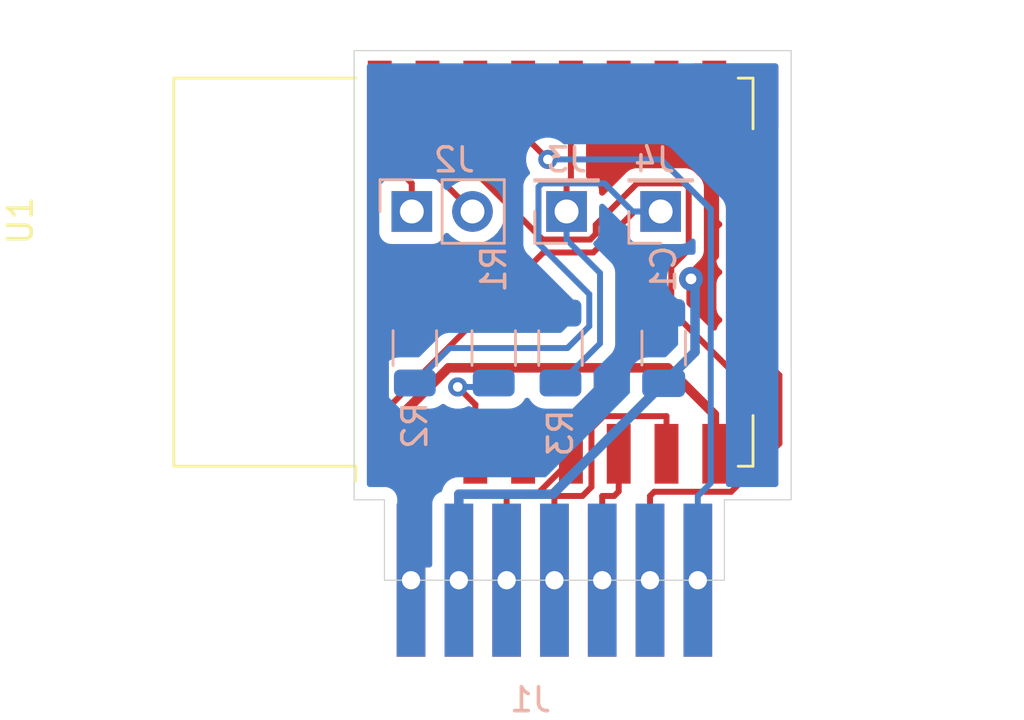
<source format=kicad_pcb>
(kicad_pcb (version 20171130) (host pcbnew 5.1.7-a382d34a8~87~ubuntu20.04.1)

  (general
    (thickness 1.6)
    (drawings 8)
    (tracks 101)
    (zones 0)
    (modules 9)
    (nets 23)
  )

  (page A4)
  (layers
    (0 F.Cu signal)
    (31 B.Cu signal)
    (32 B.Adhes user)
    (33 F.Adhes user)
    (34 B.Paste user)
    (35 F.Paste user)
    (36 B.SilkS user)
    (37 F.SilkS user)
    (38 B.Mask user)
    (39 F.Mask user)
    (40 Dwgs.User user)
    (41 Cmts.User user)
    (42 Eco1.User user)
    (43 Eco2.User user)
    (44 Edge.Cuts user)
    (45 Margin user)
    (46 B.CrtYd user)
    (47 F.CrtYd user)
    (48 B.Fab user)
    (49 F.Fab user)
  )

  (setup
    (last_trace_width 0.25)
    (trace_clearance 0.2)
    (zone_clearance 0.508)
    (zone_45_only no)
    (trace_min 0.2)
    (via_size 0.8)
    (via_drill 0.4)
    (via_min_size 0.4)
    (via_min_drill 0.3)
    (uvia_size 0.3)
    (uvia_drill 0.1)
    (uvias_allowed no)
    (uvia_min_size 0.2)
    (uvia_min_drill 0.1)
    (edge_width 0.05)
    (segment_width 0.2)
    (pcb_text_width 0.3)
    (pcb_text_size 1.5 1.5)
    (mod_edge_width 0.12)
    (mod_text_size 1 1)
    (mod_text_width 0.15)
    (pad_size 1.524 1.524)
    (pad_drill 0.762)
    (pad_to_mask_clearance 0)
    (aux_axis_origin 0 0)
    (visible_elements FFFFFF7F)
    (pcbplotparams
      (layerselection 0x010fc_ffffffff)
      (usegerberextensions false)
      (usegerberattributes true)
      (usegerberadvancedattributes true)
      (creategerberjobfile true)
      (excludeedgelayer true)
      (linewidth 0.100000)
      (plotframeref false)
      (viasonmask false)
      (mode 1)
      (useauxorigin false)
      (hpglpennumber 1)
      (hpglpenspeed 20)
      (hpglpendiameter 15.000000)
      (psnegative false)
      (psa4output false)
      (plotreference true)
      (plotvalue true)
      (plotinvisibletext false)
      (padsonsilk false)
      (subtractmaskfromsilk false)
      (outputformat 1)
      (mirror false)
      (drillshape 1)
      (scaleselection 1)
      (outputdirectory ""))
  )

  (net 0 "")
  (net 1 GND)
  (net 2 +3V3)
  (net 3 "Net-(J1-Pad1)")
  (net 4 "Net-(J1-Pad2)")
  (net 5 "Net-(J1-Pad3)")
  (net 6 "Net-(J1-Pad4)")
  (net 7 "Net-(J1-Pad5)")
  (net 8 "Net-(J2-Pad1)")
  (net 9 "Net-(J2-Pad2)")
  (net 10 "Net-(J3-Pad1)")
  (net 11 "Net-(J4-Pad1)")
  (net 12 "Net-(R1-Pad2)")
  (net 13 "Net-(U1-Pad2)")
  (net 14 "Net-(U1-Pad4)")
  (net 15 "Net-(U1-Pad9)")
  (net 16 "Net-(U1-Pad10)")
  (net 17 "Net-(U1-Pad11)")
  (net 18 "Net-(U1-Pad12)")
  (net 19 "Net-(U1-Pad13)")
  (net 20 "Net-(U1-Pad14)")
  (net 21 "Net-(U1-Pad16)")
  (net 22 "Net-(U1-Pad17)")

  (net_class Default "This is the default net class."
    (clearance 0.2)
    (trace_width 0.25)
    (via_dia 0.8)
    (via_drill 0.4)
    (uvia_dia 0.3)
    (uvia_drill 0.1)
    (add_net "Net-(J1-Pad1)")
    (add_net "Net-(J1-Pad2)")
    (add_net "Net-(J1-Pad3)")
    (add_net "Net-(J1-Pad4)")
    (add_net "Net-(J1-Pad5)")
    (add_net "Net-(J2-Pad1)")
    (add_net "Net-(J2-Pad2)")
    (add_net "Net-(J3-Pad1)")
    (add_net "Net-(J4-Pad1)")
    (add_net "Net-(R1-Pad2)")
    (add_net "Net-(U1-Pad10)")
    (add_net "Net-(U1-Pad11)")
    (add_net "Net-(U1-Pad12)")
    (add_net "Net-(U1-Pad13)")
    (add_net "Net-(U1-Pad14)")
    (add_net "Net-(U1-Pad16)")
    (add_net "Net-(U1-Pad17)")
    (add_net "Net-(U1-Pad2)")
    (add_net "Net-(U1-Pad4)")
    (add_net "Net-(U1-Pad9)")
  )

  (net_class power ""
    (clearance 0.2)
    (trace_width 0.4)
    (via_dia 1)
    (via_drill 0.45)
    (uvia_dia 0.3)
    (uvia_drill 0.1)
    (add_net +3V3)
    (add_net GND)
  )

  (module Capacitor_SMD:C_1206_3216Metric (layer B.Cu) (tedit 5F68FEEE) (tstamp 5F8E2A66)
    (at 179.832 135.89 90)
    (descr "Capacitor SMD 1206 (3216 Metric), square (rectangular) end terminal, IPC_7351 nominal, (Body size source: IPC-SM-782 page 76, https://www.pcb-3d.com/wordpress/wp-content/uploads/ipc-sm-782a_amendment_1_and_2.pdf), generated with kicad-footprint-generator")
    (tags capacitor)
    (path /5F8CC49D)
    (attr smd)
    (fp_text reference C1 (at 3.302 0 90) (layer B.SilkS)
      (effects (font (size 1 1) (thickness 0.15)) (justify mirror))
    )
    (fp_text value C (at 3.556 -1.27 90) (layer B.Fab)
      (effects (font (size 1 1) (thickness 0.15)) (justify mirror))
    )
    (fp_line (start -1.6 -0.8) (end -1.6 0.8) (layer B.Fab) (width 0.1))
    (fp_line (start -1.6 0.8) (end 1.6 0.8) (layer B.Fab) (width 0.1))
    (fp_line (start 1.6 0.8) (end 1.6 -0.8) (layer B.Fab) (width 0.1))
    (fp_line (start 1.6 -0.8) (end -1.6 -0.8) (layer B.Fab) (width 0.1))
    (fp_line (start -0.711252 0.91) (end 0.711252 0.91) (layer B.SilkS) (width 0.12))
    (fp_line (start -0.711252 -0.91) (end 0.711252 -0.91) (layer B.SilkS) (width 0.12))
    (fp_line (start -2.3 -1.15) (end -2.3 1.15) (layer B.CrtYd) (width 0.05))
    (fp_line (start -2.3 1.15) (end 2.3 1.15) (layer B.CrtYd) (width 0.05))
    (fp_line (start 2.3 1.15) (end 2.3 -1.15) (layer B.CrtYd) (width 0.05))
    (fp_line (start 2.3 -1.15) (end -2.3 -1.15) (layer B.CrtYd) (width 0.05))
    (fp_text user %R (at -4.113 -0.254 90) (layer B.Fab)
      (effects (font (size 0.8 0.8) (thickness 0.12)) (justify mirror))
    )
    (pad 1 smd roundrect (at -1.475 0 90) (size 1.15 1.8) (layers B.Cu B.Paste B.Mask) (roundrect_rratio 0.217391)
      (net 1 GND))
    (pad 2 smd roundrect (at 1.475 0 90) (size 1.15 1.8) (layers B.Cu B.Paste B.Mask) (roundrect_rratio 0.217391)
      (net 2 +3V3))
    (model ${KISYS3DMOD}/Capacitor_SMD.3dshapes/C_1206_3216Metric.wrl
      (at (xyz 0 0 0))
      (scale (xyz 1 1 1))
      (rotate (xyz 0 0 0))
    )
  )

  (module Connector_PinHeader_2.54mm:PinHeader_1x02_P2.54mm_Vertical (layer B.Cu) (tedit 59FED5CC) (tstamp 5F8DF460)
    (at 169.291 130.175 270)
    (descr "Through hole straight pin header, 1x02, 2.54mm pitch, single row")
    (tags "Through hole pin header THT 1x02 2.54mm single row")
    (path /5F8D7A96)
    (fp_text reference J2 (at -2.159 -1.778) (layer B.SilkS)
      (effects (font (size 1 1) (thickness 0.15)) (justify mirror))
    )
    (fp_text value Conn_01x02 (at 0.381 -19.05 270) (layer B.Fab)
      (effects (font (size 1 1) (thickness 0.15)) (justify mirror))
    )
    (fp_line (start -0.635 1.27) (end 1.27 1.27) (layer B.Fab) (width 0.1))
    (fp_line (start 1.27 1.27) (end 1.27 -3.81) (layer B.Fab) (width 0.1))
    (fp_line (start 1.27 -3.81) (end -1.27 -3.81) (layer B.Fab) (width 0.1))
    (fp_line (start -1.27 -3.81) (end -1.27 0.635) (layer B.Fab) (width 0.1))
    (fp_line (start -1.27 0.635) (end -0.635 1.27) (layer B.Fab) (width 0.1))
    (fp_line (start -1.33 -3.87) (end 1.33 -3.87) (layer B.SilkS) (width 0.12))
    (fp_line (start -1.33 -1.27) (end -1.33 -3.87) (layer B.SilkS) (width 0.12))
    (fp_line (start 1.33 -1.27) (end 1.33 -3.87) (layer B.SilkS) (width 0.12))
    (fp_line (start -1.33 -1.27) (end 1.33 -1.27) (layer B.SilkS) (width 0.12))
    (fp_line (start -1.33 0) (end -1.33 1.33) (layer B.SilkS) (width 0.12))
    (fp_line (start -1.33 1.33) (end 0 1.33) (layer B.SilkS) (width 0.12))
    (fp_line (start -1.8 1.8) (end -1.8 -4.35) (layer B.CrtYd) (width 0.05))
    (fp_line (start -1.8 -4.35) (end 1.8 -4.35) (layer B.CrtYd) (width 0.05))
    (fp_line (start 1.8 -4.35) (end 1.8 1.8) (layer B.CrtYd) (width 0.05))
    (fp_line (start 1.8 1.8) (end -1.8 1.8) (layer B.CrtYd) (width 0.05))
    (fp_text user %R (at -2.159 -1.778) (layer B.Fab)
      (effects (font (size 1 1) (thickness 0.15)) (justify mirror))
    )
    (pad 1 thru_hole rect (at 0 0 270) (size 1.7 1.7) (drill 1) (layers *.Cu *.Mask)
      (net 8 "Net-(J2-Pad1)"))
    (pad 2 thru_hole oval (at 0 -2.54 270) (size 1.7 1.7) (drill 1) (layers *.Cu *.Mask)
      (net 9 "Net-(J2-Pad2)"))
    (model ${KISYS3DMOD}/Connector_PinHeader_2.54mm.3dshapes/PinHeader_1x02_P2.54mm_Vertical.wrl
      (at (xyz 0 0 0))
      (scale (xyz 1 1 1))
      (rotate (xyz 0 0 0))
    )
  )

  (module Connector_PinHeader_2.54mm:PinHeader_1x01_P2.54mm_Vertical (layer B.Cu) (tedit 59FED5CC) (tstamp 5F8DEE19)
    (at 175.768 130.175)
    (descr "Through hole straight pin header, 1x01, 2.54mm pitch, single row")
    (tags "Through hole pin header THT 1x01 2.54mm single row")
    (path /5F8EB6B6)
    (fp_text reference J3 (at 0 -2.159) (layer B.SilkS)
      (effects (font (size 1 1) (thickness 0.15)) (justify mirror))
    )
    (fp_text value Conn_01x01 (at 14.478 -8.001) (layer B.Fab)
      (effects (font (size 1 1) (thickness 0.15)) (justify mirror))
    )
    (fp_line (start -0.635 1.27) (end 1.27 1.27) (layer B.Fab) (width 0.1))
    (fp_line (start 1.27 1.27) (end 1.27 -1.27) (layer B.Fab) (width 0.1))
    (fp_line (start 1.27 -1.27) (end -1.27 -1.27) (layer B.Fab) (width 0.1))
    (fp_line (start -1.27 -1.27) (end -1.27 0.635) (layer B.Fab) (width 0.1))
    (fp_line (start -1.27 0.635) (end -0.635 1.27) (layer B.Fab) (width 0.1))
    (fp_line (start -1.33 -1.33) (end 1.33 -1.33) (layer B.SilkS) (width 0.12))
    (fp_line (start -1.33 -1.27) (end -1.33 -1.33) (layer B.SilkS) (width 0.12))
    (fp_line (start 1.33 -1.27) (end 1.33 -1.33) (layer B.SilkS) (width 0.12))
    (fp_line (start -1.33 -1.27) (end 1.33 -1.27) (layer B.SilkS) (width 0.12))
    (fp_line (start -1.33 0) (end -1.33 1.33) (layer B.SilkS) (width 0.12))
    (fp_line (start -1.33 1.33) (end 0 1.33) (layer B.SilkS) (width 0.12))
    (fp_line (start -1.8 1.8) (end -1.8 -1.8) (layer B.CrtYd) (width 0.05))
    (fp_line (start -1.8 -1.8) (end 1.8 -1.8) (layer B.CrtYd) (width 0.05))
    (fp_line (start 1.8 -1.8) (end 1.8 1.8) (layer B.CrtYd) (width 0.05))
    (fp_line (start 1.8 1.8) (end -1.8 1.8) (layer B.CrtYd) (width 0.05))
    (fp_text user %R (at 0 -2.159 -180) (layer B.Fab)
      (effects (font (size 1 1) (thickness 0.15)) (justify mirror))
    )
    (pad 1 thru_hole rect (at 0 0) (size 1.7 1.7) (drill 1) (layers *.Cu *.Mask)
      (net 10 "Net-(J3-Pad1)"))
    (model ${KISYS3DMOD}/Connector_PinHeader_2.54mm.3dshapes/PinHeader_1x01_P2.54mm_Vertical.wrl
      (at (xyz 0 0 0))
      (scale (xyz 1 1 1))
      (rotate (xyz 0 0 0))
    )
  )

  (module Connector_PinHeader_2.54mm:PinHeader_1x01_P2.54mm_Vertical (layer B.Cu) (tedit 59FED5CC) (tstamp 5F8DFAFD)
    (at 179.705 130.175)
    (descr "Through hole straight pin header, 1x01, 2.54mm pitch, single row")
    (tags "Through hole pin header THT 1x01 2.54mm single row")
    (path /5F8EBB78)
    (fp_text reference J4 (at -0.254 -2.159) (layer B.SilkS)
      (effects (font (size 1 1) (thickness 0.15)) (justify mirror))
    )
    (fp_text value Conn_01x01 (at 10.414 -6.223) (layer B.Fab)
      (effects (font (size 1 1) (thickness 0.15)) (justify mirror))
    )
    (fp_line (start 1.8 1.8) (end -1.8 1.8) (layer B.CrtYd) (width 0.05))
    (fp_line (start 1.8 -1.8) (end 1.8 1.8) (layer B.CrtYd) (width 0.05))
    (fp_line (start -1.8 -1.8) (end 1.8 -1.8) (layer B.CrtYd) (width 0.05))
    (fp_line (start -1.8 1.8) (end -1.8 -1.8) (layer B.CrtYd) (width 0.05))
    (fp_line (start -1.33 1.33) (end 0 1.33) (layer B.SilkS) (width 0.12))
    (fp_line (start -1.33 0) (end -1.33 1.33) (layer B.SilkS) (width 0.12))
    (fp_line (start -1.33 -1.27) (end 1.33 -1.27) (layer B.SilkS) (width 0.12))
    (fp_line (start 1.33 -1.27) (end 1.33 -1.33) (layer B.SilkS) (width 0.12))
    (fp_line (start -1.33 -1.27) (end -1.33 -1.33) (layer B.SilkS) (width 0.12))
    (fp_line (start -1.33 -1.33) (end 1.33 -1.33) (layer B.SilkS) (width 0.12))
    (fp_line (start -1.27 0.635) (end -0.635 1.27) (layer B.Fab) (width 0.1))
    (fp_line (start -1.27 -1.27) (end -1.27 0.635) (layer B.Fab) (width 0.1))
    (fp_line (start 1.27 -1.27) (end -1.27 -1.27) (layer B.Fab) (width 0.1))
    (fp_line (start 1.27 1.27) (end 1.27 -1.27) (layer B.Fab) (width 0.1))
    (fp_line (start -0.635 1.27) (end 1.27 1.27) (layer B.Fab) (width 0.1))
    (fp_text user %R (at -0.254 -2.159 -180) (layer B.Fab)
      (effects (font (size 1 1) (thickness 0.15)) (justify mirror))
    )
    (pad 1 thru_hole rect (at 0 0) (size 1.7 1.7) (drill 1) (layers *.Cu *.Mask)
      (net 11 "Net-(J4-Pad1)"))
    (model ${KISYS3DMOD}/Connector_PinHeader_2.54mm.3dshapes/PinHeader_1x01_P2.54mm_Vertical.wrl
      (at (xyz 0 0 0))
      (scale (xyz 1 1 1))
      (rotate (xyz 0 0 0))
    )
  )

  (module Resistor_SMD:R_1206_3216Metric (layer B.Cu) (tedit 5F68FEEE) (tstamp 5F8DEE3F)
    (at 172.72 135.89 270)
    (descr "Resistor SMD 1206 (3216 Metric), square (rectangular) end terminal, IPC_7351 nominal, (Body size source: IPC-SM-782 page 72, https://www.pcb-3d.com/wordpress/wp-content/uploads/ipc-sm-782a_amendment_1_and_2.pdf), generated with kicad-footprint-generator")
    (tags resistor)
    (path /5F8C9973)
    (attr smd)
    (fp_text reference R1 (at -3.302 0 90) (layer B.SilkS)
      (effects (font (size 1 1) (thickness 0.15)) (justify mirror))
    )
    (fp_text value R (at -3.556 1.27 90) (layer B.Fab)
      (effects (font (size 1 1) (thickness 0.15)) (justify mirror))
    )
    (fp_line (start -1.6 -0.8) (end -1.6 0.8) (layer B.Fab) (width 0.1))
    (fp_line (start -1.6 0.8) (end 1.6 0.8) (layer B.Fab) (width 0.1))
    (fp_line (start 1.6 0.8) (end 1.6 -0.8) (layer B.Fab) (width 0.1))
    (fp_line (start 1.6 -0.8) (end -1.6 -0.8) (layer B.Fab) (width 0.1))
    (fp_line (start -0.727064 0.91) (end 0.727064 0.91) (layer B.SilkS) (width 0.12))
    (fp_line (start -0.727064 -0.91) (end 0.727064 -0.91) (layer B.SilkS) (width 0.12))
    (fp_line (start -2.28 -1.12) (end -2.28 1.12) (layer B.CrtYd) (width 0.05))
    (fp_line (start -2.28 1.12) (end 2.28 1.12) (layer B.CrtYd) (width 0.05))
    (fp_line (start 2.28 1.12) (end 2.28 -1.12) (layer B.CrtYd) (width 0.05))
    (fp_line (start 2.28 -1.12) (end -2.28 -1.12) (layer B.CrtYd) (width 0.05))
    (fp_text user %R (at -3.302 -1.27 90) (layer B.Fab)
      (effects (font (size 0.8 0.8) (thickness 0.12)) (justify mirror))
    )
    (pad 1 smd roundrect (at -1.4625 0 270) (size 1.125 1.75) (layers B.Cu B.Paste B.Mask) (roundrect_rratio 0.222222)
      (net 2 +3V3))
    (pad 2 smd roundrect (at 1.4625 0 270) (size 1.125 1.75) (layers B.Cu B.Paste B.Mask) (roundrect_rratio 0.222222)
      (net 12 "Net-(R1-Pad2)"))
    (model ${KISYS3DMOD}/Resistor_SMD.3dshapes/R_1206_3216Metric.wrl
      (at (xyz 0 0 0))
      (scale (xyz 1 1 1))
      (rotate (xyz 0 0 0))
    )
  )

  (module Resistor_SMD:R_1206_3216Metric (layer B.Cu) (tedit 5F68FEEE) (tstamp 5F8E0ECA)
    (at 169.418 135.89 270)
    (descr "Resistor SMD 1206 (3216 Metric), square (rectangular) end terminal, IPC_7351 nominal, (Body size source: IPC-SM-782 page 72, https://www.pcb-3d.com/wordpress/wp-content/uploads/ipc-sm-782a_amendment_1_and_2.pdf), generated with kicad-footprint-generator")
    (tags resistor)
    (path /5F8C9E82)
    (attr smd)
    (fp_text reference R2 (at 3.2405 0 90) (layer B.SilkS)
      (effects (font (size 1 1) (thickness 0.15)) (justify mirror))
    )
    (fp_text value R (at 4.7645 0 90) (layer B.Fab)
      (effects (font (size 1 1) (thickness 0.15)) (justify mirror))
    )
    (fp_line (start 2.28 -1.12) (end -2.28 -1.12) (layer B.CrtYd) (width 0.05))
    (fp_line (start 2.28 1.12) (end 2.28 -1.12) (layer B.CrtYd) (width 0.05))
    (fp_line (start -2.28 1.12) (end 2.28 1.12) (layer B.CrtYd) (width 0.05))
    (fp_line (start -2.28 -1.12) (end -2.28 1.12) (layer B.CrtYd) (width 0.05))
    (fp_line (start -0.727064 -0.91) (end 0.727064 -0.91) (layer B.SilkS) (width 0.12))
    (fp_line (start -0.727064 0.91) (end 0.727064 0.91) (layer B.SilkS) (width 0.12))
    (fp_line (start 1.6 -0.8) (end -1.6 -0.8) (layer B.Fab) (width 0.1))
    (fp_line (start 1.6 0.8) (end 1.6 -0.8) (layer B.Fab) (width 0.1))
    (fp_line (start -1.6 0.8) (end 1.6 0.8) (layer B.Fab) (width 0.1))
    (fp_line (start -1.6 -0.8) (end -1.6 0.8) (layer B.Fab) (width 0.1))
    (fp_text user %R (at 3.2405 -1.016 90) (layer B.Fab)
      (effects (font (size 0.8 0.8) (thickness 0.12)) (justify mirror))
    )
    (pad 2 smd roundrect (at 1.4625 0 270) (size 1.125 1.75) (layers B.Cu B.Paste B.Mask) (roundrect_rratio 0.222222)
      (net 11 "Net-(J4-Pad1)"))
    (pad 1 smd roundrect (at -1.4625 0 270) (size 1.125 1.75) (layers B.Cu B.Paste B.Mask) (roundrect_rratio 0.222222)
      (net 2 +3V3))
    (model ${KISYS3DMOD}/Resistor_SMD.3dshapes/R_1206_3216Metric.wrl
      (at (xyz 0 0 0))
      (scale (xyz 1 1 1))
      (rotate (xyz 0 0 0))
    )
  )

  (module Resistor_SMD:R_1206_3216Metric (layer B.Cu) (tedit 5F68FEEE) (tstamp 5F8DEE61)
    (at 175.514 135.89 270)
    (descr "Resistor SMD 1206 (3216 Metric), square (rectangular) end terminal, IPC_7351 nominal, (Body size source: IPC-SM-782 page 72, https://www.pcb-3d.com/wordpress/wp-content/uploads/ipc-sm-782a_amendment_1_and_2.pdf), generated with kicad-footprint-generator")
    (tags resistor)
    (path /5F8D34C1)
    (attr smd)
    (fp_text reference R3 (at 3.556 0 90) (layer B.SilkS)
      (effects (font (size 1 1) (thickness 0.15)) (justify mirror))
    )
    (fp_text value R (at 4.826 1.27 90) (layer B.Fab)
      (effects (font (size 1 1) (thickness 0.15)) (justify mirror))
    )
    (fp_line (start -1.6 -0.8) (end -1.6 0.8) (layer B.Fab) (width 0.1))
    (fp_line (start -1.6 0.8) (end 1.6 0.8) (layer B.Fab) (width 0.1))
    (fp_line (start 1.6 0.8) (end 1.6 -0.8) (layer B.Fab) (width 0.1))
    (fp_line (start 1.6 -0.8) (end -1.6 -0.8) (layer B.Fab) (width 0.1))
    (fp_line (start -0.727064 0.91) (end 0.727064 0.91) (layer B.SilkS) (width 0.12))
    (fp_line (start -0.727064 -0.91) (end 0.727064 -0.91) (layer B.SilkS) (width 0.12))
    (fp_line (start -2.28 -1.12) (end -2.28 1.12) (layer B.CrtYd) (width 0.05))
    (fp_line (start -2.28 1.12) (end 2.28 1.12) (layer B.CrtYd) (width 0.05))
    (fp_line (start 2.28 1.12) (end 2.28 -1.12) (layer B.CrtYd) (width 0.05))
    (fp_line (start 2.28 -1.12) (end -2.28 -1.12) (layer B.CrtYd) (width 0.05))
    (fp_text user %R (at 3.302 1.27 90) (layer B.Fab)
      (effects (font (size 0.8 0.8) (thickness 0.12)) (justify mirror))
    )
    (pad 1 smd roundrect (at -1.4625 0 270) (size 1.125 1.75) (layers B.Cu B.Paste B.Mask) (roundrect_rratio 0.222222)
      (net 2 +3V3))
    (pad 2 smd roundrect (at 1.4625 0 270) (size 1.125 1.75) (layers B.Cu B.Paste B.Mask) (roundrect_rratio 0.222222)
      (net 10 "Net-(J3-Pad1)"))
    (model ${KISYS3DMOD}/Resistor_SMD.3dshapes/R_1206_3216Metric.wrl
      (at (xyz 0 0 0))
      (scale (xyz 1 1 1))
      (rotate (xyz 0 0 0))
    )
  )

  (module RF_Module:ESP-12E (layer F.Cu) (tedit 5A030172) (tstamp 5F8E133A)
    (at 171.45 132.715 90)
    (descr "Wi-Fi Module, http://wiki.ai-thinker.com/_media/esp8266/docs/aithinker_esp_12f_datasheet_en.pdf")
    (tags "Wi-Fi Module")
    (path /5F8C53AF)
    (attr smd)
    (fp_text reference U1 (at 2.159 -18.542 90) (layer F.SilkS)
      (effects (font (size 1 1) (thickness 0.15)))
    )
    (fp_text value ESP-12E (at -0.06 -12.78 90) (layer F.Fab)
      (effects (font (size 1 1) (thickness 0.15)))
    )
    (fp_line (start -8 -12) (end 8 -12) (layer F.Fab) (width 0.12))
    (fp_line (start 8 -12) (end 8 12) (layer F.Fab) (width 0.12))
    (fp_line (start 8 12) (end -8 12) (layer F.Fab) (width 0.12))
    (fp_line (start -8 12) (end -8 -3) (layer F.Fab) (width 0.12))
    (fp_line (start -8 -3) (end -7.5 -3.5) (layer F.Fab) (width 0.12))
    (fp_line (start -7.5 -3.5) (end -8 -4) (layer F.Fab) (width 0.12))
    (fp_line (start -8 -4) (end -8 -12) (layer F.Fab) (width 0.12))
    (fp_line (start -9.05 -12.2) (end 9.05 -12.2) (layer F.CrtYd) (width 0.05))
    (fp_line (start 9.05 -12.2) (end 9.05 13.1) (layer F.CrtYd) (width 0.05))
    (fp_line (start 9.05 13.1) (end -9.05 13.1) (layer F.CrtYd) (width 0.05))
    (fp_line (start -9.05 13.1) (end -9.05 -12.2) (layer F.CrtYd) (width 0.05))
    (fp_line (start -8.12 -12.12) (end 8.12 -12.12) (layer F.SilkS) (width 0.12))
    (fp_line (start 8.12 -12.12) (end 8.12 -4.5) (layer F.SilkS) (width 0.12))
    (fp_line (start 8.12 11.5) (end 8.12 12.12) (layer F.SilkS) (width 0.12))
    (fp_line (start 8.12 12.12) (end 6 12.12) (layer F.SilkS) (width 0.12))
    (fp_line (start -6 12.12) (end -8.12 12.12) (layer F.SilkS) (width 0.12))
    (fp_line (start -8.12 12.12) (end -8.12 11.5) (layer F.SilkS) (width 0.12))
    (fp_line (start -8.12 -4.5) (end -8.12 -12.12) (layer F.SilkS) (width 0.12))
    (fp_line (start -8.12 -4.5) (end -8.73 -4.5) (layer F.SilkS) (width 0.12))
    (fp_line (start -8.12 -12.12) (end 8.12 -12.12) (layer Dwgs.User) (width 0.12))
    (fp_line (start 8.12 -12.12) (end 8.12 -4.8) (layer Dwgs.User) (width 0.12))
    (fp_line (start 8.12 -4.8) (end -8.12 -4.8) (layer Dwgs.User) (width 0.12))
    (fp_line (start -8.12 -4.8) (end -8.12 -12.12) (layer Dwgs.User) (width 0.12))
    (fp_line (start -8.12 -9.12) (end -5.12 -12.12) (layer Dwgs.User) (width 0.12))
    (fp_line (start -8.12 -6.12) (end -2.12 -12.12) (layer Dwgs.User) (width 0.12))
    (fp_line (start -6.44 -4.8) (end 0.88 -12.12) (layer Dwgs.User) (width 0.12))
    (fp_line (start -3.44 -4.8) (end 3.88 -12.12) (layer Dwgs.User) (width 0.12))
    (fp_line (start -0.44 -4.8) (end 6.88 -12.12) (layer Dwgs.User) (width 0.12))
    (fp_line (start 2.56 -4.8) (end 8.12 -10.36) (layer Dwgs.User) (width 0.12))
    (fp_line (start 5.56 -4.8) (end 8.12 -7.36) (layer Dwgs.User) (width 0.12))
    (fp_text user Antenna (at -0.06 -7 270) (layer Cmts.User)
      (effects (font (size 1 1) (thickness 0.15)))
    )
    (fp_text user "KEEP-OUT ZONE" (at 0.03 -9.55 270) (layer Cmts.User)
      (effects (font (size 1 1) (thickness 0.15)))
    )
    (fp_text user %R (at -7.493 15.24 90) (layer F.Fab)
      (effects (font (size 1 1) (thickness 0.15)))
    )
    (pad 1 smd rect (at -7.6 -3.5 90) (size 2.5 1) (layers F.Cu F.Paste F.Mask)
      (net 11 "Net-(J4-Pad1)"))
    (pad 2 smd rect (at -7.6 -1.5 90) (size 2.5 1) (layers F.Cu F.Paste F.Mask)
      (net 13 "Net-(U1-Pad2)"))
    (pad 3 smd rect (at -7.6 0.5 90) (size 2.5 1) (layers F.Cu F.Paste F.Mask)
      (net 12 "Net-(R1-Pad2)"))
    (pad 4 smd rect (at -7.6 2.5 90) (size 2.5 1) (layers F.Cu F.Paste F.Mask)
      (net 14 "Net-(U1-Pad4)"))
    (pad 5 smd rect (at -7.6 4.5 90) (size 2.5 1) (layers F.Cu F.Paste F.Mask)
      (net 7 "Net-(J1-Pad5)"))
    (pad 6 smd rect (at -7.6 6.5 90) (size 2.5 1) (layers F.Cu F.Paste F.Mask)
      (net 5 "Net-(J1-Pad3)"))
    (pad 7 smd rect (at -7.6 8.5 90) (size 2.5 1) (layers F.Cu F.Paste F.Mask)
      (net 6 "Net-(J1-Pad4)"))
    (pad 8 smd rect (at -7.6 10.5 90) (size 2.5 1) (layers F.Cu F.Paste F.Mask)
      (net 2 +3V3))
    (pad 9 smd rect (at -5 12 90) (size 1 1.8) (layers F.Cu F.Paste F.Mask)
      (net 15 "Net-(U1-Pad9)"))
    (pad 10 smd rect (at -3 12 90) (size 1 1.8) (layers F.Cu F.Paste F.Mask)
      (net 16 "Net-(U1-Pad10)"))
    (pad 11 smd rect (at -1 12 90) (size 1 1.8) (layers F.Cu F.Paste F.Mask)
      (net 17 "Net-(U1-Pad11)"))
    (pad 12 smd rect (at 1 12 90) (size 1 1.8) (layers F.Cu F.Paste F.Mask)
      (net 18 "Net-(U1-Pad12)"))
    (pad 13 smd rect (at 3 12 90) (size 1 1.8) (layers F.Cu F.Paste F.Mask)
      (net 19 "Net-(U1-Pad13)"))
    (pad 14 smd rect (at 5 12 90) (size 1 1.8) (layers F.Cu F.Paste F.Mask)
      (net 20 "Net-(U1-Pad14)"))
    (pad 15 smd rect (at 7.6 10.5 90) (size 2.5 1) (layers F.Cu F.Paste F.Mask)
      (net 1 GND))
    (pad 16 smd rect (at 7.6 8.5 90) (size 2.5 1) (layers F.Cu F.Paste F.Mask)
      (net 21 "Net-(U1-Pad16)"))
    (pad 17 smd rect (at 7.6 6.5 90) (size 2.5 1) (layers F.Cu F.Paste F.Mask)
      (net 22 "Net-(U1-Pad17)"))
    (pad 18 smd rect (at 7.6 4.5 90) (size 2.5 1) (layers F.Cu F.Paste F.Mask)
      (net 10 "Net-(J3-Pad1)"))
    (pad 19 smd rect (at 7.6 2.5 90) (size 2.5 1) (layers F.Cu F.Paste F.Mask)
      (net 3 "Net-(J1-Pad1)"))
    (pad 20 smd rect (at 7.6 0.5 90) (size 2.5 1) (layers F.Cu F.Paste F.Mask)
      (net 4 "Net-(J1-Pad2)"))
    (pad 21 smd rect (at 7.6 -1.5 90) (size 2.5 1) (layers F.Cu F.Paste F.Mask)
      (net 9 "Net-(J2-Pad2)"))
    (pad 22 smd rect (at 7.6 -3.5 90) (size 2.5 1) (layers F.Cu F.Paste F.Mask)
      (net 8 "Net-(J2-Pad1)"))
    (model ${KISYS3DMOD}/RF_Module.3dshapes/ESP-12E.wrl
      (at (xyz 0 0 0))
      (scale (xyz 1 1 1))
      (rotate (xyz 0 0 0))
    )
  )

  (module MyKiCad:Tuya_TYWE2L_Edge (layer B.Cu) (tedit 5F8D3ED6) (tstamp 5F8E3181)
    (at 175.26 135.606 180)
    (path /5F8CDB02)
    (fp_text reference J1 (at 1 -15) (layer B.SilkS)
      (effects (font (size 1 1) (thickness 0.15)) (justify mirror))
    )
    (fp_text value Conn_01x07 (at 0 -5) (layer B.Fab)
      (effects (font (size 1 1) (thickness 0.15)) (justify mirror))
    )
    (pad 1 thru_hole rect (at -6 -10 180) (size 1.2 6.4) (drill 0.762) (layers *.Cu *.Mask)
      (net 3 "Net-(J1-Pad1)"))
    (pad 2 thru_hole rect (at -4 -10 180) (size 1.2 6.4) (drill 0.762) (layers *.Cu *.Mask)
      (net 4 "Net-(J1-Pad2)"))
    (pad 3 thru_hole rect (at -2 -10 180) (size 1.2 6.4) (drill 0.762) (layers *.Cu *.Mask)
      (net 5 "Net-(J1-Pad3)"))
    (pad 4 thru_hole rect (at 0 -10 180) (size 1.2 6.4) (drill 0.762) (layers *.Cu *.Mask)
      (net 6 "Net-(J1-Pad4)"))
    (pad 5 thru_hole rect (at 2 -10 180) (size 1.2 6.4) (drill 0.762) (layers *.Cu *.Mask)
      (net 7 "Net-(J1-Pad5)"))
    (pad 6 thru_hole rect (at 4 -10 180) (size 1.2 6.4) (drill 0.762) (layers *.Cu *.Mask)
      (net 1 GND))
    (pad 7 thru_hole rect (at 6 -10 180) (size 1.2 6.4) (drill 0.762) (layers *.Cu *.Mask)
      (net 2 +3V3))
  )

  (gr_line (start 168.148 142.24) (end 168.148 145.6055) (layer Edge.Cuts) (width 0.05) (tstamp 5F8E0DB0))
  (gr_line (start 166.878 142.24) (end 168.148 142.24) (layer Edge.Cuts) (width 0.05))
  (gr_line (start 166.878 123.444) (end 166.878 142.24) (layer Edge.Cuts) (width 0.05))
  (gr_line (start 185.166 123.444) (end 166.878 123.444) (layer Edge.Cuts) (width 0.05) (tstamp 5F8E2DF0))
  (gr_line (start 185.166 142.24) (end 185.166 123.444) (layer Edge.Cuts) (width 0.05))
  (gr_line (start 182.372 142.24) (end 185.166 142.24) (layer Edge.Cuts) (width 0.05))
  (gr_line (start 182.372 145.6055) (end 182.372 142.24) (layer Edge.Cuts) (width 0.05))
  (gr_line (start 168.148 145.6055) (end 182.372 145.6055) (layer Edge.Cuts) (width 0.05))

  (segment (start 171.26 145.606) (end 171.26 142.0057) (width 0.4) (layer B.Cu) (net 1))
  (segment (start 171.26 142.0057) (end 175.1913 142.0057) (width 0.4) (layer B.Cu) (net 1))
  (segment (start 175.1913 142.0057) (end 179.832 137.365) (width 0.4) (layer B.Cu) (net 1))
  (segment (start 180.9754 132.9958) (end 181.95 132.0212) (width 0.4) (layer F.Cu) (net 1))
  (segment (start 181.95 132.0212) (end 181.95 125.115) (width 0.4) (layer F.Cu) (net 1))
  (segment (start 179.832 137.365) (end 181.1446 136.0524) (width 0.4) (layer B.Cu) (net 1))
  (segment (start 181.1446 136.0524) (end 181.1446 133.165) (width 0.4) (layer B.Cu) (net 1))
  (segment (start 181.1446 133.165) (end 180.9754 132.9958) (width 0.4) (layer B.Cu) (net 1))
  (via (at 180.9754 132.9958) (size 1) (drill 0.45) (layers F.Cu B.Cu) (net 1))
  (segment (start 169.26 145.606) (end 169.26 142.0057) (width 0.4) (layer F.Cu) (net 2))
  (segment (start 181.95 140.315) (end 181.95 138.6647) (width 0.4) (layer F.Cu) (net 2))
  (segment (start 181.95 138.6647) (end 180.0034 136.7181) (width 0.4) (layer F.Cu) (net 2))
  (segment (start 180.0034 136.7181) (end 170.8273 136.7181) (width 0.4) (layer F.Cu) (net 2))
  (segment (start 170.8273 136.7181) (end 169.0496 138.4958) (width 0.4) (layer F.Cu) (net 2))
  (segment (start 169.0496 138.4958) (end 169.0496 141.7953) (width 0.4) (layer F.Cu) (net 2))
  (segment (start 169.0496 141.7953) (end 169.26 142.0057) (width 0.4) (layer F.Cu) (net 2))
  (segment (start 169.26 139.1678) (end 168.1351 138.0429) (width 0.4) (layer B.Cu) (net 2))
  (segment (start 168.1351 138.0429) (end 168.1351 135.7104) (width 0.4) (layer B.Cu) (net 2))
  (segment (start 168.1351 135.7104) (end 169.418 134.4275) (width 0.4) (layer B.Cu) (net 2))
  (segment (start 169.26 145.606) (end 169.26 139.1678) (width 0.4) (layer B.Cu) (net 2))
  (segment (start 169.26 139.1678) (end 175.5609 139.1678) (width 0.4) (layer B.Cu) (net 2))
  (segment (start 175.5609 139.1678) (end 179.832 134.8967) (width 0.4) (layer B.Cu) (net 2))
  (segment (start 179.832 134.8967) (end 179.832 134.415) (width 0.4) (layer B.Cu) (net 2))
  (segment (start 175.514 134.4275) (end 172.72 134.4275) (width 0.4) (layer B.Cu) (net 2))
  (segment (start 169.418 134.4275) (end 172.72 134.4275) (width 0.4) (layer B.Cu) (net 2))
  (segment (start 181.26 145.606) (end 181.26 142.0807) (width 0.25) (layer B.Cu) (net 3))
  (segment (start 174.9855 127.9962) (end 173.95 126.9607) (width 0.25) (layer F.Cu) (net 3))
  (segment (start 173.95 126.9607) (end 173.95 125.115) (width 0.25) (layer F.Cu) (net 3))
  (segment (start 181.26 142.0807) (end 181.8008 141.5399) (width 0.25) (layer B.Cu) (net 3))
  (segment (start 181.8008 141.5399) (end 181.8008 130.0803) (width 0.25) (layer B.Cu) (net 3))
  (segment (start 181.8008 130.0803) (end 179.7167 127.9962) (width 0.25) (layer B.Cu) (net 3))
  (segment (start 179.7167 127.9962) (end 174.9855 127.9962) (width 0.25) (layer B.Cu) (net 3))
  (via (at 174.9855 127.9962) (size 0.8) (layers F.Cu B.Cu) (net 3))
  (segment (start 179.26 145.606) (end 179.26 142.0807) (width 0.25) (layer F.Cu) (net 4))
  (segment (start 179.26 142.0807) (end 179.4361 141.9046) (width 0.25) (layer F.Cu) (net 4))
  (segment (start 179.4361 141.9046) (end 182.6559 141.9046) (width 0.25) (layer F.Cu) (net 4))
  (segment (start 182.6559 141.9046) (end 184.6754 139.8851) (width 0.25) (layer F.Cu) (net 4))
  (segment (start 184.6754 139.8851) (end 184.6754 137.0287) (width 0.25) (layer F.Cu) (net 4))
  (segment (start 184.6754 137.0287) (end 184.3272 136.6805) (width 0.25) (layer F.Cu) (net 4))
  (segment (start 184.3272 136.6805) (end 182.5085 136.6805) (width 0.25) (layer F.Cu) (net 4))
  (segment (start 182.5085 136.6805) (end 180.15 134.322) (width 0.25) (layer F.Cu) (net 4))
  (segment (start 180.15 134.322) (end 180.15 132.4998) (width 0.25) (layer F.Cu) (net 4))
  (segment (start 180.15 132.4998) (end 180.8804 131.7694) (width 0.25) (layer F.Cu) (net 4))
  (segment (start 180.8804 131.7694) (end 180.8804 129.1849) (width 0.25) (layer F.Cu) (net 4))
  (segment (start 180.8804 129.1849) (end 180.6951 128.9996) (width 0.25) (layer F.Cu) (net 4))
  (segment (start 180.6951 128.9996) (end 178.7203 128.9996) (width 0.25) (layer F.Cu) (net 4))
  (segment (start 178.7203 128.9996) (end 176.9897 130.7302) (width 0.25) (layer F.Cu) (net 4))
  (segment (start 176.9897 130.7302) (end 176.9897 131.1178) (width 0.25) (layer F.Cu) (net 4))
  (segment (start 176.9897 131.1178) (end 176.7572 131.3503) (width 0.25) (layer F.Cu) (net 4))
  (segment (start 176.7572 131.3503) (end 174.7694 131.3503) (width 0.25) (layer F.Cu) (net 4))
  (segment (start 174.7694 131.3503) (end 171.95 128.5309) (width 0.25) (layer F.Cu) (net 4))
  (segment (start 171.95 128.5309) (end 171.95 125.115) (width 0.25) (layer F.Cu) (net 4))
  (segment (start 177.26 145.606) (end 177.26 142.0807) (width 0.25) (layer F.Cu) (net 5))
  (segment (start 177.95 140.315) (end 177.95 141.8903) (width 0.25) (layer F.Cu) (net 5))
  (segment (start 177.26 142.0807) (end 177.7596 142.0807) (width 0.25) (layer F.Cu) (net 5))
  (segment (start 177.7596 142.0807) (end 177.95 141.8903) (width 0.25) (layer F.Cu) (net 5))
  (segment (start 175.26 145.606) (end 175.26 142.0807) (width 0.25) (layer F.Cu) (net 6))
  (segment (start 179.95 140.315) (end 179.95 138.7397) (width 0.25) (layer F.Cu) (net 6))
  (segment (start 179.95 138.7397) (end 177.3152 138.7397) (width 0.25) (layer F.Cu) (net 6))
  (segment (start 177.3152 138.7397) (end 176.8096 139.2453) (width 0.25) (layer F.Cu) (net 6))
  (segment (start 176.8096 139.2453) (end 176.8096 141.7026) (width 0.25) (layer F.Cu) (net 6))
  (segment (start 176.8096 141.7026) (end 176.4315 142.0807) (width 0.25) (layer F.Cu) (net 6))
  (segment (start 176.4315 142.0807) (end 175.26 142.0807) (width 0.25) (layer F.Cu) (net 6))
  (segment (start 173.26 145.606) (end 173.26 142.0807) (width 0.25) (layer F.Cu) (net 7))
  (segment (start 173.26 142.0807) (end 174.4582 142.0807) (width 0.25) (layer F.Cu) (net 7))
  (segment (start 174.4582 142.0807) (end 175.95 140.5889) (width 0.25) (layer F.Cu) (net 7))
  (segment (start 175.95 140.5889) (end 175.95 140.315) (width 0.25) (layer F.Cu) (net 7))
  (segment (start 169.291 130.175) (end 169.291 128.9997) (width 0.25) (layer F.Cu) (net 8))
  (segment (start 167.95 125.115) (end 167.95 127.6587) (width 0.25) (layer F.Cu) (net 8))
  (segment (start 167.95 127.6587) (end 169.291 128.9997) (width 0.25) (layer F.Cu) (net 8))
  (segment (start 169.95 125.115) (end 169.95 128.294) (width 0.25) (layer F.Cu) (net 9))
  (segment (start 169.95 128.294) (end 171.831 130.175) (width 0.25) (layer F.Cu) (net 9))
  (segment (start 175.514 137.3525) (end 177.1681 135.6984) (width 0.25) (layer B.Cu) (net 10))
  (segment (start 177.1681 135.6984) (end 177.1681 132.7504) (width 0.25) (layer B.Cu) (net 10))
  (segment (start 177.1681 132.7504) (end 175.768 131.3503) (width 0.25) (layer B.Cu) (net 10))
  (segment (start 175.768 130.175) (end 175.768 131.3503) (width 0.25) (layer B.Cu) (net 10))
  (segment (start 175.768 130.175) (end 175.768 128.9997) (width 0.25) (layer F.Cu) (net 10))
  (segment (start 175.95 125.115) (end 175.95 128.8177) (width 0.25) (layer F.Cu) (net 10))
  (segment (start 175.95 128.8177) (end 175.768 128.9997) (width 0.25) (layer F.Cu) (net 10))
  (segment (start 179.705 130.175) (end 178.5297 130.175) (width 0.25) (layer F.Cu) (net 11))
  (segment (start 167.95 140.315) (end 167.95 138.7397) (width 0.25) (layer F.Cu) (net 11))
  (segment (start 167.95 138.7397) (end 174.7986 131.8911) (width 0.25) (layer F.Cu) (net 11))
  (segment (start 174.7986 131.8911) (end 176.8871 131.8911) (width 0.25) (layer F.Cu) (net 11))
  (segment (start 176.8871 131.8911) (end 178.5297 130.2485) (width 0.25) (layer F.Cu) (net 11))
  (segment (start 178.5297 130.2485) (end 178.5297 130.175) (width 0.25) (layer F.Cu) (net 11))
  (segment (start 179.705 130.175) (end 178.5297 130.175) (width 0.25) (layer B.Cu) (net 11))
  (segment (start 178.5297 130.175) (end 177.3543 128.9996) (width 0.25) (layer B.Cu) (net 11))
  (segment (start 177.3543 128.9996) (end 174.7395 128.9996) (width 0.25) (layer B.Cu) (net 11))
  (segment (start 174.7395 128.9996) (end 174.5927 129.1464) (width 0.25) (layer B.Cu) (net 11))
  (segment (start 174.5927 129.1464) (end 174.5927 131.5122) (width 0.25) (layer B.Cu) (net 11))
  (segment (start 174.5927 131.5122) (end 176.7178 133.6373) (width 0.25) (layer B.Cu) (net 11))
  (segment (start 176.7178 133.6373) (end 176.7178 134.9786) (width 0.25) (layer B.Cu) (net 11))
  (segment (start 176.7178 134.9786) (end 175.8064 135.89) (width 0.25) (layer B.Cu) (net 11))
  (segment (start 175.8064 135.89) (end 170.8805 135.89) (width 0.25) (layer B.Cu) (net 11))
  (segment (start 170.8805 135.89) (end 169.418 137.3525) (width 0.25) (layer B.Cu) (net 11))
  (segment (start 171.95 140.315) (end 171.95 138.2534) (width 0.25) (layer F.Cu) (net 12))
  (segment (start 171.95 138.2534) (end 171.2155 137.5189) (width 0.25) (layer F.Cu) (net 12))
  (segment (start 172.72 137.3525) (end 172.5537 137.5188) (width 0.25) (layer B.Cu) (net 12))
  (segment (start 172.5537 137.5188) (end 171.2155 137.5188) (width 0.25) (layer B.Cu) (net 12))
  (segment (start 171.2155 137.5188) (end 171.2155 137.5189) (width 0.25) (layer B.Cu) (net 12))
  (via (at 171.2155 137.5189) (size 0.8) (layers F.Cu B.Cu) (net 12))

  (zone (net 1) (net_name GND) (layer F.Cu) (tstamp 0) (hatch edge 0.508)
    (connect_pads yes (clearance 0.508))
    (min_thickness 0.254)
    (fill yes (arc_segments 32) (thermal_gap 0.508) (thermal_bridge_width 0.508))
    (polygon
      (pts
        (xy 185.166 142.24) (xy 182.372 142.24) (xy 182.372 145.542) (xy 168.148 145.542) (xy 168.148 142.24)
        (xy 166.878 142.24) (xy 166.878 123.444) (xy 185.166 123.444)
      )
    )
    (filled_polygon
      (pts
        (xy 184.506001 126.598749) (xy 184.474482 126.589188) (xy 184.35 126.576928) (xy 182.55 126.576928) (xy 182.425518 126.589188)
        (xy 182.30582 126.625498) (xy 182.195506 126.684463) (xy 182.098815 126.763815) (xy 182.019463 126.860506) (xy 181.960498 126.97082)
        (xy 181.924188 127.090518) (xy 181.911928 127.215) (xy 181.911928 128.215) (xy 181.924188 128.339482) (xy 181.960498 128.45918)
        (xy 182.019463 128.569494) (xy 182.098815 128.666185) (xy 182.158296 128.715) (xy 182.098815 128.763815) (xy 182.019463 128.860506)
        (xy 181.960498 128.97082) (xy 181.924188 129.090518) (xy 181.911928 129.215) (xy 181.911928 130.215) (xy 181.924188 130.339482)
        (xy 181.960498 130.45918) (xy 182.019463 130.569494) (xy 182.098815 130.666185) (xy 182.158296 130.715) (xy 182.098815 130.763815)
        (xy 182.019463 130.860506) (xy 181.960498 130.97082) (xy 181.924188 131.090518) (xy 181.911928 131.215) (xy 181.911928 132.215)
        (xy 181.924188 132.339482) (xy 181.960498 132.45918) (xy 182.019463 132.569494) (xy 182.098815 132.666185) (xy 182.158296 132.715)
        (xy 182.098815 132.763815) (xy 182.019463 132.860506) (xy 181.960498 132.97082) (xy 181.924188 133.090518) (xy 181.911928 133.215)
        (xy 181.911928 134.215) (xy 181.924188 134.339482) (xy 181.960498 134.45918) (xy 182.019463 134.569494) (xy 182.098815 134.666185)
        (xy 182.158296 134.715) (xy 182.098815 134.763815) (xy 182.019463 134.860506) (xy 181.960498 134.97082) (xy 181.940278 135.037476)
        (xy 180.91 134.007199) (xy 180.91 132.814601) (xy 181.391404 132.333198) (xy 181.420401 132.309401) (xy 181.515374 132.193676)
        (xy 181.585946 132.061647) (xy 181.629403 131.918386) (xy 181.6404 131.806733) (xy 181.6404 131.806732) (xy 181.644077 131.7694)
        (xy 181.6404 131.732067) (xy 181.6404 129.222225) (xy 181.644076 129.1849) (xy 181.6404 129.147575) (xy 181.6404 129.147567)
        (xy 181.629403 129.035914) (xy 181.585946 128.892653) (xy 181.515374 128.760624) (xy 181.420401 128.644899) (xy 181.391397 128.621096)
        (xy 181.258904 128.488603) (xy 181.235101 128.459599) (xy 181.119376 128.364626) (xy 180.987347 128.294054) (xy 180.844086 128.250597)
        (xy 180.732433 128.2396) (xy 180.732422 128.2396) (xy 180.6951 128.235924) (xy 180.657778 128.2396) (xy 178.757622 128.2396)
        (xy 178.7203 128.235924) (xy 178.682977 128.2396) (xy 178.682967 128.2396) (xy 178.571314 128.250597) (xy 178.429306 128.293674)
        (xy 178.428053 128.294054) (xy 178.296023 128.364626) (xy 178.243534 128.407703) (xy 178.180299 128.459599) (xy 178.156501 128.488597)
        (xy 177.256072 129.389027) (xy 177.256072 129.325) (xy 177.243812 129.200518) (xy 177.207502 129.08082) (xy 177.148537 128.970506)
        (xy 177.069185 128.873815) (xy 176.972494 128.794463) (xy 176.86218 128.735498) (xy 176.742482 128.699188) (xy 176.71 128.695989)
        (xy 176.71 126.946046) (xy 176.804494 126.895537) (xy 176.901185 126.816185) (xy 176.95 126.756704) (xy 176.998815 126.816185)
        (xy 177.095506 126.895537) (xy 177.20582 126.954502) (xy 177.325518 126.990812) (xy 177.45 127.003072) (xy 178.45 127.003072)
        (xy 178.574482 126.990812) (xy 178.69418 126.954502) (xy 178.804494 126.895537) (xy 178.901185 126.816185) (xy 178.95 126.756704)
        (xy 178.998815 126.816185) (xy 179.095506 126.895537) (xy 179.20582 126.954502) (xy 179.325518 126.990812) (xy 179.45 127.003072)
        (xy 180.45 127.003072) (xy 180.574482 126.990812) (xy 180.69418 126.954502) (xy 180.804494 126.895537) (xy 180.901185 126.816185)
        (xy 180.980537 126.719494) (xy 181.039502 126.60918) (xy 181.075812 126.489482) (xy 181.088072 126.365) (xy 181.088072 124.104)
        (xy 184.506001 124.104)
      )
    )
  )
  (zone (net 2) (net_name +3V3) (layer B.Cu) (tstamp 0) (hatch edge 0.508)
    (connect_pads yes (clearance 0.508))
    (min_thickness 0.254)
    (fill yes (arc_segments 32) (thermal_gap 0.508) (thermal_bridge_width 0.508))
    (polygon
      (pts
        (xy 185.166 142.24) (xy 182.372 142.24) (xy 182.372 145.542) (xy 168.148 145.542) (xy 168.148 142.24)
        (xy 166.878 142.24) (xy 166.878 123.444) (xy 185.166 123.444)
      )
    )
    (filled_polygon
      (pts
        (xy 184.506 141.58) (xy 182.560527 141.58) (xy 182.5608 141.577233) (xy 182.5608 141.577225) (xy 182.564476 141.5399)
        (xy 182.5608 141.502575) (xy 182.5608 130.117622) (xy 182.564476 130.080299) (xy 182.5608 130.042976) (xy 182.5608 130.042967)
        (xy 182.549803 129.931314) (xy 182.506346 129.788053) (xy 182.435774 129.656024) (xy 182.418519 129.634999) (xy 182.364599 129.569296)
        (xy 182.364595 129.569292) (xy 182.340801 129.540299) (xy 182.311808 129.516505) (xy 180.280504 127.485202) (xy 180.256701 127.456199)
        (xy 180.140976 127.361226) (xy 180.008947 127.290654) (xy 179.865686 127.247197) (xy 179.754033 127.2362) (xy 179.754022 127.2362)
        (xy 179.7167 127.232524) (xy 179.679378 127.2362) (xy 175.689211 127.2362) (xy 175.645274 127.192263) (xy 175.475756 127.078995)
        (xy 175.287398 127.000974) (xy 175.087439 126.9612) (xy 174.883561 126.9612) (xy 174.683602 127.000974) (xy 174.495244 127.078995)
        (xy 174.325726 127.192263) (xy 174.181563 127.336426) (xy 174.068295 127.505944) (xy 173.990274 127.694302) (xy 173.9505 127.894261)
        (xy 173.9505 128.098139) (xy 173.990274 128.298098) (xy 174.068295 128.486456) (xy 174.112174 128.552125) (xy 174.081703 128.582596)
        (xy 174.052699 128.606399) (xy 173.997571 128.673574) (xy 173.957726 128.722124) (xy 173.94539 128.745203) (xy 173.887154 128.854154)
        (xy 173.843697 128.997415) (xy 173.8327 129.109068) (xy 173.8327 129.109078) (xy 173.829024 129.1464) (xy 173.8327 129.183723)
        (xy 173.832701 131.474868) (xy 173.829024 131.5122) (xy 173.843698 131.661185) (xy 173.887154 131.804446) (xy 173.957726 131.936476)
        (xy 174.001633 131.989976) (xy 174.0527 132.052201) (xy 174.081698 132.075999) (xy 175.9578 133.952102) (xy 175.957801 134.663798)
        (xy 175.491599 135.13) (xy 170.917822 135.13) (xy 170.880499 135.126324) (xy 170.843176 135.13) (xy 170.843167 135.13)
        (xy 170.731514 135.140997) (xy 170.588253 135.184454) (xy 170.456224 135.255026) (xy 170.340499 135.349999) (xy 170.316701 135.378997)
        (xy 169.543771 136.151928) (xy 168.792999 136.151928) (xy 168.619745 136.168992) (xy 168.453149 136.219528) (xy 168.299613 136.301595)
        (xy 168.165038 136.412038) (xy 168.054595 136.546613) (xy 167.972528 136.700149) (xy 167.921992 136.866745) (xy 167.904928 137.039999)
        (xy 167.904928 137.665001) (xy 167.921992 137.838255) (xy 167.972528 138.004851) (xy 168.054595 138.158387) (xy 168.165038 138.292962)
        (xy 168.299613 138.403405) (xy 168.453149 138.485472) (xy 168.619745 138.536008) (xy 168.792999 138.553072) (xy 170.043001 138.553072)
        (xy 170.216255 138.536008) (xy 170.382851 138.485472) (xy 170.536387 138.403405) (xy 170.59918 138.351872) (xy 170.725244 138.436105)
        (xy 170.913602 138.514126) (xy 171.113561 138.5539) (xy 171.317439 138.5539) (xy 171.517398 138.514126) (xy 171.681549 138.446132)
        (xy 171.755149 138.485472) (xy 171.921745 138.536008) (xy 172.094999 138.553072) (xy 173.345001 138.553072) (xy 173.518255 138.536008)
        (xy 173.684851 138.485472) (xy 173.838387 138.403405) (xy 173.972962 138.292962) (xy 174.083405 138.158387) (xy 174.117 138.095535)
        (xy 174.150595 138.158387) (xy 174.261038 138.292962) (xy 174.395613 138.403405) (xy 174.549149 138.485472) (xy 174.715745 138.536008)
        (xy 174.888999 138.553072) (xy 176.139001 138.553072) (xy 176.312255 138.536008) (xy 176.478851 138.485472) (xy 176.632387 138.403405)
        (xy 176.766962 138.292962) (xy 176.877405 138.158387) (xy 176.959472 138.004851) (xy 177.010008 137.838255) (xy 177.027072 137.665001)
        (xy 177.027072 137.039999) (xy 177.015795 136.925506) (xy 177.679104 136.262198) (xy 177.708101 136.238401) (xy 177.803074 136.122676)
        (xy 177.873646 135.990647) (xy 177.917103 135.847386) (xy 177.9281 135.735733) (xy 177.9281 135.735725) (xy 177.931776 135.6984)
        (xy 177.9281 135.661075) (xy 177.9281 132.787722) (xy 177.931776 132.750399) (xy 177.9281 132.713076) (xy 177.9281 132.713067)
        (xy 177.917103 132.601414) (xy 177.873646 132.458153) (xy 177.803074 132.326124) (xy 177.780128 132.298164) (xy 177.731899 132.239396)
        (xy 177.731895 132.239392) (xy 177.708101 132.210399) (xy 177.679108 132.186605) (xy 177.013987 131.521485) (xy 177.069185 131.476185)
        (xy 177.148537 131.379494) (xy 177.207502 131.26918) (xy 177.243812 131.149482) (xy 177.256072 131.025) (xy 177.256072 129.976173)
        (xy 177.965901 130.686003) (xy 177.989699 130.715001) (xy 178.018697 130.738799) (xy 178.105424 130.809974) (xy 178.216928 130.869575)
        (xy 178.216928 131.025) (xy 178.229188 131.149482) (xy 178.265498 131.26918) (xy 178.324463 131.379494) (xy 178.403815 131.476185)
        (xy 178.500506 131.555537) (xy 178.61082 131.614502) (xy 178.730518 131.650812) (xy 178.855 131.663072) (xy 180.555 131.663072)
        (xy 180.679482 131.650812) (xy 180.79918 131.614502) (xy 180.909494 131.555537) (xy 181.006185 131.476185) (xy 181.040801 131.434005)
        (xy 181.040801 131.8608) (xy 180.863612 131.8608) (xy 180.644333 131.904417) (xy 180.437776 131.989976) (xy 180.25188 132.114188)
        (xy 180.093788 132.27228) (xy 179.969576 132.458176) (xy 179.884017 132.664733) (xy 179.8404 132.884012) (xy 179.8404 133.107588)
        (xy 179.884017 133.326867) (xy 179.969576 133.533424) (xy 180.093788 133.71932) (xy 180.25188 133.877412) (xy 180.309601 133.91598)
        (xy 180.3096 135.706531) (xy 179.864204 136.151928) (xy 179.181999 136.151928) (xy 179.008745 136.168992) (xy 178.842149 136.219528)
        (xy 178.688613 136.301595) (xy 178.554038 136.412038) (xy 178.443595 136.546613) (xy 178.361528 136.700149) (xy 178.310992 136.866745)
        (xy 178.293928 137.039999) (xy 178.293928 137.690001) (xy 178.296815 137.719316) (xy 174.845433 141.1707) (xy 171.301019 141.1707)
        (xy 171.26 141.16666) (xy 171.218982 141.1707) (xy 171.218981 141.1707) (xy 171.096311 141.182782) (xy 170.938913 141.230528)
        (xy 170.793854 141.308064) (xy 170.666709 141.412409) (xy 170.562364 141.539554) (xy 170.484828 141.684613) (xy 170.44776 141.806809)
        (xy 170.41582 141.816498) (xy 170.305506 141.875463) (xy 170.208815 141.954815) (xy 170.129463 142.051506) (xy 170.070498 142.16182)
        (xy 170.034188 142.281518) (xy 170.021928 142.406) (xy 170.021928 144.9455) (xy 168.808 144.9455) (xy 168.808 142.272418)
        (xy 168.811193 142.24) (xy 168.79845 142.110617) (xy 168.76071 141.986207) (xy 168.699425 141.87155) (xy 168.616948 141.771052)
        (xy 168.51645 141.688575) (xy 168.401793 141.62729) (xy 168.277383 141.58955) (xy 168.180419 141.58) (xy 168.148 141.576807)
        (xy 168.115581 141.58) (xy 167.538 141.58) (xy 167.538 129.325) (xy 167.802928 129.325) (xy 167.802928 131.025)
        (xy 167.815188 131.149482) (xy 167.851498 131.26918) (xy 167.910463 131.379494) (xy 167.989815 131.476185) (xy 168.086506 131.555537)
        (xy 168.19682 131.614502) (xy 168.316518 131.650812) (xy 168.441 131.663072) (xy 170.141 131.663072) (xy 170.265482 131.650812)
        (xy 170.38518 131.614502) (xy 170.495494 131.555537) (xy 170.592185 131.476185) (xy 170.671537 131.379494) (xy 170.730502 131.26918)
        (xy 170.752513 131.19662) (xy 170.884368 131.328475) (xy 171.127589 131.49099) (xy 171.397842 131.602932) (xy 171.68474 131.66)
        (xy 171.97726 131.66) (xy 172.264158 131.602932) (xy 172.534411 131.49099) (xy 172.777632 131.328475) (xy 172.984475 131.121632)
        (xy 173.14699 130.878411) (xy 173.258932 130.608158) (xy 173.316 130.32126) (xy 173.316 130.02874) (xy 173.258932 129.741842)
        (xy 173.14699 129.471589) (xy 172.984475 129.228368) (xy 172.777632 129.021525) (xy 172.534411 128.85901) (xy 172.264158 128.747068)
        (xy 171.97726 128.69) (xy 171.68474 128.69) (xy 171.397842 128.747068) (xy 171.127589 128.85901) (xy 170.884368 129.021525)
        (xy 170.752513 129.15338) (xy 170.730502 129.08082) (xy 170.671537 128.970506) (xy 170.592185 128.873815) (xy 170.495494 128.794463)
        (xy 170.38518 128.735498) (xy 170.265482 128.699188) (xy 170.141 128.686928) (xy 168.441 128.686928) (xy 168.316518 128.699188)
        (xy 168.19682 128.735498) (xy 168.086506 128.794463) (xy 167.989815 128.873815) (xy 167.910463 128.970506) (xy 167.851498 129.08082)
        (xy 167.815188 129.200518) (xy 167.802928 129.325) (xy 167.538 129.325) (xy 167.538 124.104) (xy 184.506001 124.104)
      )
    )
  )
)

</source>
